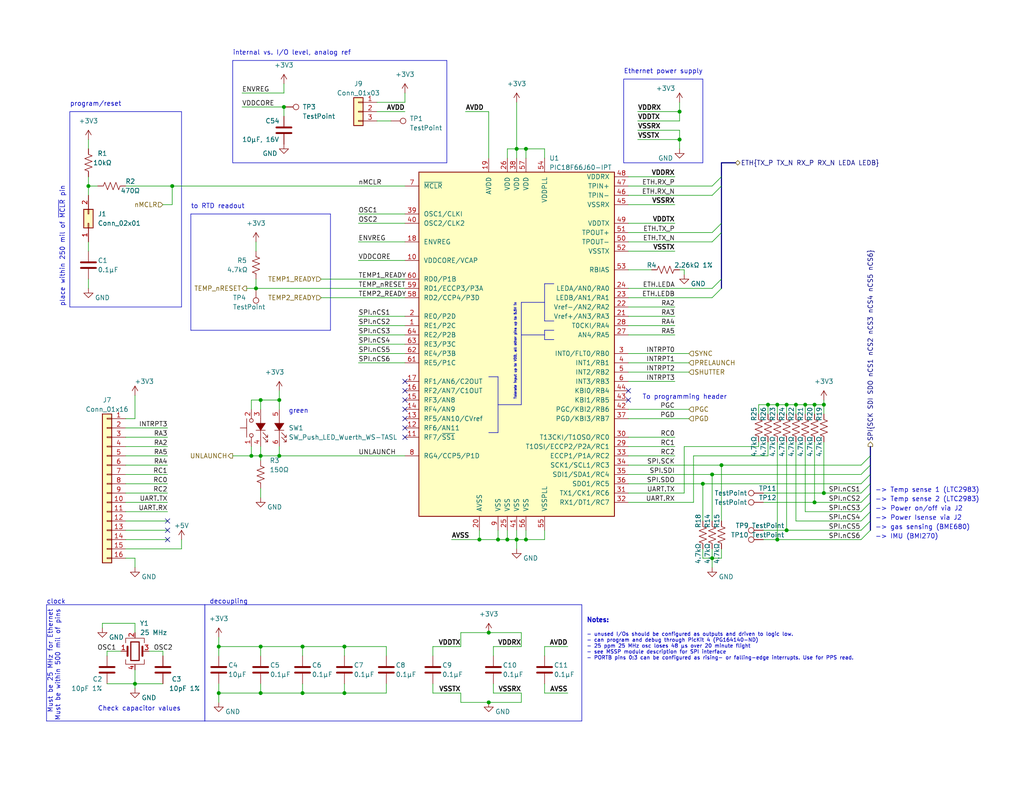
<source format=kicad_sch>
(kicad_sch (version 20230121) (generator eeschema)
  (paper "USLetter")
  (title_block (title "FOXSI-4 Plenum Board") (rev "1") (company "University of Minnesota") (comment 1 "Author: Thanasi Pantazides, panta013@umn.edu"))
  (lib_symbols
    (symbol "Connector:TestPoint" (pin_numbers hide) (pin_names (offset 0.762) hide)
      (property "Reference" "TP" (at 0 6.858 0))
      (property "Value" "TestPoint" (at 0 5.08 0))
      (symbol "TestPoint_1_1"
        (pin passive line (at 0 0 90) (length 2.54) (name "1") (number "1"))
      )
    )
    (symbol "Connector_Generic:Conn_01x03" (pin_names (offset 1.016) hide)
      (property "Reference" "J" (at 0 5.08 0))
      (property "Value" "Conn_01x03" (at 0 -5.08 0))
      (symbol "Conn_01x03_1_1"
        (pin passive line (at -5.08 2.54 0) (length 3.81) (name "Pin_1") (number "1"))
        (pin passive line (at -5.08 0 0) (length 3.81) (name "Pin_2") (number "2"))
        (pin passive line (at -5.08 -2.54 0) (length 3.81) (name "Pin_3") (number "3"))
      )
    )
    (symbol "Connector_Generic:Conn_01x16" (pin_names (offset 1.016) hide)
      (property "Reference" "J" (at 0 20.32 0))
      (property "Value" "Conn_01x16" (at 0 -22.86 0))
      (symbol "Conn_01x16_1_1"
        (pin passive line (at -5.08 17.78 0) (length 3.81) (name "Pin_1") (number "1"))
        (pin passive line (at -5.08 -5.08 0) (length 3.81) (name "Pin_10") (number "10"))
        (pin passive line (at -5.08 -7.62 0) (length 3.81) (name "Pin_11") (number "11"))
        (pin passive line (at -5.08 -10.16 0) (length 3.81) (name "Pin_12") (number "12"))
        (pin passive line (at -5.08 -12.7 0) (length 3.81) (name "Pin_13") (number "13"))
        (pin passive line (at -5.08 -15.24 0) (length 3.81) (name "Pin_14") (number "14"))
        (pin passive line (at -5.08 -17.78 0) (length 3.81) (name "Pin_15") (number "15"))
        (pin passive line (at -5.08 -20.32 0) (length 3.81) (name "Pin_16") (number "16"))
        (pin passive line (at -5.08 15.24 0) (length 3.81) (name "Pin_2") (number "2"))
        (pin passive line (at -5.08 12.7 0) (length 3.81) (name "Pin_3") (number "3"))
        (pin passive line (at -5.08 10.16 0) (length 3.81) (name "Pin_4") (number "4"))
        (pin passive line (at -5.08 7.62 0) (length 3.81) (name "Pin_5") (number "5"))
        (pin passive line (at -5.08 5.08 0) (length 3.81) (name "Pin_6") (number "6"))
        (pin passive line (at -5.08 2.54 0) (length 3.81) (name "Pin_7") (number "7"))
        (pin passive line (at -5.08 0 0) (length 3.81) (name "Pin_8") (number "8"))
        (pin passive line (at -5.08 -2.54 0) (length 3.81) (name "Pin_9") (number "9"))
      )
    )
    (symbol "Connector_Generic:Conn_02x01" (pin_names (offset 1.016) hide)
      (property "Reference" "J" (at 1.27 2.54 0))
      (property "Value" "Conn_02x01" (at 1.27 -2.54 0))
      (symbol "Conn_02x01_1_1"
        (pin passive line (at -5.08 0 0) (length 3.81) (name "Pin_1") (number "1"))
        (pin passive line (at 7.62 0 180) (length 3.81) (name "Pin_2") (number "2"))
      )
    )
    (symbol "Device:C" (pin_numbers hide) (pin_names (offset 0.254))
      (property "Reference" "C" (at 0.635 2.54 0))
      (property "Value" "C" (at 0.635 -2.54 0))
      (symbol "C_1_1"
        (pin passive line (at 0 3.81 270) (length 2.794) (name "~") (number "1"))
        (pin passive line (at 0 -3.81 90) (length 2.794) (name "~") (number "2"))
      )
    )
    (symbol "Device:Crystal_GND24" (pin_names (offset 1.016) hide)
      (property "Reference" "Y" (at 3.175 5.08 0))
      (property "Value" "Crystal_GND24" (at 3.175 3.175 0))
      (symbol "Crystal_GND24_1_1"
        (pin passive line (at -3.81 0 0) (length 1.27) (name "1") (number "1"))
        (pin passive line (at 0 5.08 270) (length 1.27) (name "2") (number "2"))
        (pin passive line (at 3.81 0 180) (length 1.27) (name "3") (number "3"))
        (pin passive line (at 0 -5.08 90) (length 1.27) (name "4") (number "4"))
      )
    )
    (symbol "Device:R_US" (pin_numbers hide) (pin_names (offset 0))
      (property "Reference" "R" (at 2.54 0 90))
      (property "Value" "R_US" (at -2.54 0 90))
      (symbol "R_US_1_1"
        (pin passive line (at 0 3.81 270) (length 1.27) (name "~") (number "1"))
        (pin passive line (at 0 -3.81 90) (length 1.27) (name "~") (number "2"))
      )
    )
    (symbol "MCU_Microchip_PIC18:PIC18F66J60-IPT" (pin_names (offset 1.27))
      (property "Reference" "U" (at -25.4 48.26 0))
      (property "Value" "PIC18F66J60-IPT" (at 17.78 -48.26 0))
      (symbol "PIC18F66J60-IPT_1_1"
        (pin bidirectional line (at -30.48 5.08 0) (length 3.81) (name "RE1/P2C") (number "1"))
        (pin passive line (at -30.48 22.86 0) (length 3.81) (name "VDDCORE/VCAP") (number "10"))
        (pin bidirectional line (at -30.48 -25.4 0) (length 3.81) (name "RF7/~{SS1}") (number "11"))
        (pin bidirectional line (at -30.48 -22.86 0) (length 3.81) (name "RF6/AN11") (number "12"))
        (pin bidirectional line (at -30.48 -20.32 0) (length 3.81) (name "RF5/AN10/CVref") (number "13"))
        (pin bidirectional line (at -30.48 -17.78 0) (length 3.81) (name "RF4/AN9") (number "14"))
        (pin bidirectional line (at -30.48 -15.24 0) (length 3.81) (name "RF3/AN8") (number "15"))
        (pin bidirectional line (at -30.48 -12.7 0) (length 3.81) (name "RF2/AN7/C1OUT") (number "16"))
        (pin bidirectional line (at -30.48 -10.16 0) (length 3.81) (name "RF1/AN6/C2OUT") (number "17"))
        (pin passive line (at -30.48 27.94 0) (length 3.81) (name "ENVREG") (number "18"))
        (pin power_in line (at -7.62 50.8 270) (length 3.81) (name "AVDD") (number "19"))
        (pin bidirectional line (at -30.48 7.62 0) (length 3.81) (name "RE0/P2D") (number "2"))
        (pin power_in line (at -10.16 -50.8 90) (length 3.81) (name "AVSS") (number "20"))
        (pin bidirectional line (at 30.48 7.62 180) (length 3.81) (name "Vref+/AN3/RA3") (number "21"))
        (pin bidirectional line (at 30.48 10.16 180) (length 3.81) (name "Vref-/AN2/RA2") (number "22"))
        (pin bidirectional line (at 30.48 12.7 180) (length 3.81) (name "LEDB/AN1/RA1") (number "23"))
        (pin bidirectional line (at 30.48 15.24 180) (length 3.81) (name "LEDA/AN0/RA0") (number "24"))
        (pin power_in line (at -2.54 -50.8 90) (length 3.81) (name "VSS") (number "25"))
        (pin power_in line (at -2.54 50.8 270) (length 3.81) (name "VDD") (number "26"))
        (pin bidirectional line (at 30.48 2.54 180) (length 3.81) (name "AN4/RA5") (number "27"))
        (pin bidirectional line (at 30.48 5.08 180) (length 3.81) (name "T0CKI/RA4") (number "28"))
        (pin bidirectional line (at 30.48 -27.94 180) (length 3.81) (name "T1OSI/ECCP2/P2A/RC1") (number "29"))
        (pin bidirectional line (at 30.48 -2.54 180) (length 3.81) (name "INT0/FLT0/RB0") (number "3"))
        (pin bidirectional line (at 30.48 -25.4 180) (length 3.81) (name "T13CKI/T1OSO/RC0") (number "30"))
        (pin bidirectional line (at 30.48 -40.64 180) (length 3.81) (name "TX1/CK1/RC6") (number "31"))
        (pin bidirectional line (at 30.48 -43.18 180) (length 3.81) (name "RX1/DT1/RC7") (number "32"))
        (pin bidirectional line (at 30.48 -30.48 180) (length 3.81) (name "ECCP1/P1A/RC2") (number "33"))
        (pin bidirectional line (at 30.48 -33.02 180) (length 3.81) (name "SCK1/SCL1/RC3") (number "34"))
        (pin bidirectional line (at 30.48 -35.56 180) (length 3.81) (name "SDI1/SDA1/RC4") (number "35"))
        (pin bidirectional line (at 30.48 -38.1 180) (length 3.81) (name "SDO1/RC5") (number "36"))
        (pin bidirectional line (at 30.48 -20.32 180) (length 3.81) (name "PGD/KBI3/RB7") (number "37"))
        (pin power_in line (at 0 50.8 270) (length 3.81) (name "VDD") (number "38"))
        (pin input line (at -30.48 35.56 0) (length 3.81) (name "OSC1/CLKI") (number "39"))
        (pin bidirectional line (at 30.48 -5.08 180) (length 3.81) (name "INT1/RB1") (number "4"))
        (pin output line (at -30.48 33.02 0) (length 3.81) (name "OSC2/CLK2") (number "40"))
        (pin power_in line (at 0 -50.8 90) (length 3.81) (name "VSS") (number "41"))
        (pin bidirectional line (at 30.48 -17.78 180) (length 3.81) (name "PGC/KBI2/RB6") (number "42"))
        (pin bidirectional line (at 30.48 -15.24 180) (length 3.81) (name "KBI1/RB5") (number "43"))
        (pin bidirectional line (at 30.48 -12.7 180) (length 3.81) (name "KBI0/RB4") (number "44"))
        (pin power_in line (at 30.48 38.1 180) (length 3.81) (name "VSSRX") (number "45"))
        (pin passive line (at 30.48 40.64 180) (length 3.81) (name "TPIN-") (number "46"))
        (pin passive line (at 30.48 43.18 180) (length 3.81) (name "TPIN+") (number "47"))
        (pin power_in line (at 30.48 45.72 180) (length 3.81) (name "VDDRX") (number "48"))
        (pin power_in line (at 30.48 33.02 180) (length 3.81) (name "VDDTX") (number "49"))
        (pin bidirectional line (at 30.48 -7.62 180) (length 3.81) (name "INT2/RB2") (number "5"))
        (pin passive line (at 30.48 27.94 180) (length 3.81) (name "TPOUT-") (number "50"))
        (pin passive line (at 30.48 30.48 180) (length 3.81) (name "TPOUT+") (number "51"))
        (pin power_in line (at 30.48 25.4 180) (length 3.81) (name "VSSTX") (number "52"))
        (pin passive line (at 30.48 20.32 180) (length 3.81) (name "RBIAS") (number "53"))
        (pin power_in line (at 7.62 50.8 270) (length 3.81) (name "VDDPLL") (number "54"))
        (pin power_in line (at 7.62 -50.8 90) (length 3.81) (name "VSSPLL") (number "55"))
        (pin power_in line (at 2.54 -50.8 90) (length 3.81) (name "VSS") (number "56"))
        (pin power_in line (at 2.54 50.8 270) (length 3.81) (name "VDD") (number "57"))
        (pin bidirectional line (at -30.48 12.7 0) (length 3.81) (name "RD2/CCP4/P3D") (number "58"))
        (pin bidirectional line (at -30.48 15.24 0) (length 3.81) (name "RD1/ECCP3/P3A") (number "59"))
        (pin bidirectional line (at 30.48 -10.16 180) (length 3.81) (name "INT3/RB3") (number "6"))
        (pin bidirectional line (at -30.48 17.78 0) (length 3.81) (name "RD0/P1B") (number "60"))
        (pin bidirectional line (at -30.48 -5.08 0) (length 3.81) (name "RE5/P1C") (number "61"))
        (pin bidirectional line (at -30.48 -2.54 0) (length 3.81) (name "RE4/P3B") (number "62"))
        (pin bidirectional line (at -30.48 0 0) (length 3.81) (name "RE3/P3C") (number "63"))
        (pin bidirectional line (at -30.48 2.54 0) (length 3.81) (name "RE2/P2B") (number "64"))
        (pin input line (at -30.48 43.18 0) (length 3.81) (name "~{MCLR}") (number "7"))
        (pin bidirectional line (at -30.48 -30.48 0) (length 3.81) (name "RG4/CCP5/P1D") (number "8"))
        (pin power_in line (at -5.08 -50.8 90) (length 3.81) (name "VSS") (number "9"))
      )
    )
    (symbol "Switch:SW_Push_LED_Wuerth_WS-TASL" (pin_names (offset 1.016) hide)
      (property "Reference" "SW" (at 0.635 5.715 0))
      (property "Value" "SW_Push_LED_Wuerth_WS-TASL" (at 0 -7.62 0))
      (symbol "SW_Push_LED_Wuerth_WS-TASL_1_1"
        (pin passive line (at -5.08 2.54 0) (length 2.54) (name "sw1") (number "1"))
        (pin passive line (at 5.08 2.54 180) (length 2.54) (name "sw2") (number "2"))
        (pin passive line (at 5.08 0 180) (length 2.54) (name "A") (number "3"))
        (pin passive line (at -5.08 0 0) (length 2.54) (name "K") (number "4"))
        (pin passive line (at 5.08 -5.08 180) (length 2.54) (name "A") (number "5"))
        (pin passive line (at -5.08 -5.08 0) (length 2.54) (name "K") (number "6"))
      )
    )
    (symbol "power:+3V3" (power) (pin_names (offset 0))
      (property "Value" "+3V3" (at 0 3.556 0))
      (symbol "+3V3_1_1"
        (pin power_in line (at 0 0 90) (length 0) hide (name "+3V3") (number "1"))
      )
    )
    (symbol "power:+5V" (power) (pin_names (offset 0))
      (property "Value" "+5V" (at 0 3.556 0))
      (symbol "+5V_1_1"
        (pin power_in line (at 0 0 90) (length 0) hide (name "+5V") (number "1"))
      )
    )
    (symbol "power:GND" (power) (pin_names (offset 0))
      (property "Value" "GND" (at 0 -3.81 0))
      (symbol "GND_1_1"
        (pin power_in line (at 0 0 270) (length 0) hide (name "GND") (number "1"))
      )
    )
  )
  (junction (at 138.43 147.32))
  (junction (at 24.13 50.8))
  (junction (at 82.55 176.53))
  (junction (at 36.83 186.69))
  (junction (at 77.47 29.21))
  (junction (at 59.69 189.23))
  (junction (at 76.2 109.22))
  (junction (at 209.55 110.49))
  (junction (at 212.09 110.49))
  (junction (at 71.12 176.53))
  (junction (at 194.31 129.54))
  (junction (at 212.09 147.32))
  (junction (at 224.79 110.49))
  (junction (at 219.71 110.49))
  (junction (at 217.17 110.49))
  (junction (at 222.25 110.49))
  (junction (at 71.12 109.22))
  (junction (at 46.99 50.8))
  (junction (at 196.85 127))
  (junction (at 191.77 132.08))
  (junction (at 143.51 40.64))
  (junction (at 135.89 147.32))
  (junction (at 214.63 144.78))
  (junction (at 185.42 38.1))
  (junction (at 140.97 147.32))
  (junction (at 185.42 30.48))
  (junction (at 130.81 147.32))
  (junction (at 59.69 176.53))
  (junction (at 194.31 152.4))
  (junction (at 133.35 191.77))
  (junction (at 71.12 189.23))
  (junction (at 82.55 189.23))
  (junction (at 222.25 137.16))
  (junction (at 76.2 124.46))
  (junction (at 93.98 189.23))
  (junction (at 93.98 176.53))
  (junction (at 224.79 134.62))
  (junction (at 143.51 147.32))
  (junction (at 214.63 110.49))
  (junction (at 68.58 124.46))
  (junction (at 140.97 40.64))
  (junction (at 69.85 78.74))
  (junction (at 71.12 124.46))
  (junction (at 133.35 172.72))
  (no_connect (at 110.49 109.22))
  (no_connect (at 110.49 104.14))
  (no_connect (at 110.49 111.76))
  (no_connect (at 171.45 109.22))
  (no_connect (at 45.72 142.24))
  (no_connect (at 110.49 116.84))
  (no_connect (at 110.49 119.38))
  (no_connect (at 110.49 114.3))
  (no_connect (at 45.72 147.32))
  (no_connect (at 45.72 144.78))
  (no_connect (at 110.49 106.68))
  (no_connect (at 171.45 106.68))
  (bus_entry (at 234.95 127) (size 2.54 -2.54))
  (bus_entry (at 234.95 142.24) (size 2.54 -2.54))
  (bus_entry (at 234.95 132.08) (size 2.54 -2.54))
  (bus_entry (at 234.95 144.78) (size 2.54 -2.54))
  (bus_entry (at 234.95 137.16) (size 2.54 -2.54))
  (bus_entry (at 234.95 129.54) (size 2.54 -2.54))
  (bus_entry (at 234.95 147.32) (size 2.54 -2.54))
  (bus_entry (at 234.95 134.62) (size 2.54 -2.54))
  (bus_entry (at 234.95 139.7) (size 2.54 -2.54))
  (bus_entry (at 194.31 66.04) (size 2.54 -2.54))
  (bus_entry (at 194.31 78.74) (size 2.54 -2.54))
  (bus_entry (at 194.31 81.28) (size 2.54 -2.54))
  (bus_entry (at 194.31 50.8) (size 2.54 -2.54))
  (bus_entry (at 194.31 53.34) (size 2.54 -2.54))
  (bus_entry (at 194.31 63.5) (size 2.54 -2.54))
  (wire (pts (xy 186.69 134.62) (xy 186.69 121.92)))
  (wire (pts (xy 44.45 177.8) (xy 44.45 179.07)))
  (wire (pts (xy 222.25 110.49) (xy 224.79 110.49)))
  (polyline (pts (xy 142.24 110.49) (xy 135.89 110.49)))
  (wire (pts (xy 76.2 109.22) (xy 76.2 111.76)))
  (wire (pts (xy 24.13 68.58) (xy 24.13 66.04)))
  (wire (pts (xy 97.79 93.98) (xy 110.49 93.98)))
  (wire (pts (xy 36.83 107.95) (xy 36.83 114.3)))
  (bus (pts (xy 196.85 63.5) (xy 196.85 60.96)))
  (polyline (pts (xy 121.92 16.51) (xy 121.92 44.45)))
  (wire (pts (xy 118.11 176.53) (xy 125.73 176.53)))
  (wire (pts (xy 59.69 176.53) (xy 59.69 179.07)))
  (polyline (pts (xy 12.7 165.1) (xy 55.88 165.1)))
  (wire (pts (xy 76.2 121.92) (xy 76.2 124.46)))
  (wire (pts (xy 148.59 43.18) (xy 148.59 40.64)))
  (wire (pts (xy 171.45 81.28) (xy 194.31 81.28)))
  (wire (pts (xy 171.45 78.74) (xy 194.31 78.74)))
  (wire (pts (xy 87.63 76.2) (xy 110.49 76.2)))
  (wire (pts (xy 76.2 106.68) (xy 76.2 109.22)))
  (wire (pts (xy 148.59 144.78) (xy 148.59 147.32)))
  (wire (pts (xy 97.79 60.96) (xy 110.49 60.96)))
  (polyline (pts (xy 90.17 58.42) (xy 52.07 58.42)))
  (bus (pts (xy 196.85 78.74) (xy 196.85 76.2)))
  (wire (pts (xy 212.09 110.49) (xy 212.09 113.03)))
  (wire (pts (xy 118.11 186.69) (xy 118.11 189.23)))
  (wire (pts (xy 105.41 179.07) (xy 105.41 176.53)))
  (wire (pts (xy 148.59 147.32) (xy 143.51 147.32)))
  (wire (pts (xy 171.45 111.76) (xy 187.96 111.76)))
  (wire (pts (xy 134.62 186.69) (xy 134.62 189.23)))
  (wire (pts (xy 24.13 48.26) (xy 24.13 50.8)))
  (wire (pts (xy 191.77 132.08) (xy 171.45 132.08)))
  (wire (pts (xy 219.71 139.7) (xy 234.95 139.7)))
  (wire (pts (xy 71.12 109.22) (xy 71.12 111.76)))
  (wire (pts (xy 97.79 91.44) (xy 110.49 91.44)))
  (wire (pts (xy 34.29 50.8) (xy 46.99 50.8)))
  (polyline (pts (xy 170.18 21.59) (xy 170.18 44.45)))
  (wire (pts (xy 194.31 149.86) (xy 194.31 152.4)))
  (wire (pts (xy 34.29 152.4) (xy 36.83 152.4)))
  (polyline (pts (xy 55.88 196.85) (xy 158.75 196.85)))
  (wire (pts (xy 194.31 129.54) (xy 194.31 142.24)))
  (polyline (pts (xy 55.88 165.1) (xy 55.88 196.85)))
  (wire (pts (xy 186.69 121.92) (xy 207.01 121.92)))
  (wire (pts (xy 208.28 147.32) (xy 212.09 147.32)))
  (wire (pts (xy 125.73 176.53) (xy 125.73 172.72)))
  (wire (pts (xy 171.45 63.5) (xy 194.31 63.5)))
  (wire (pts (xy 34.29 132.08) (xy 45.72 132.08)))
  (wire (pts (xy 34.29 147.32) (xy 45.72 147.32)))
  (polyline (pts (xy 170.18 21.59) (xy 191.77 21.59)))
  (wire (pts (xy 134.62 189.23) (xy 142.24 189.23)))
  (wire (pts (xy 142.24 172.72) (xy 142.24 176.53)))
  (wire (pts (xy 40.64 177.8) (xy 44.45 177.8)))
  (bus (pts (xy 237.49 121.92) (xy 237.49 124.46)))
  (bus (pts (xy 237.49 139.7) (xy 237.49 142.24)))
  (wire (pts (xy 143.51 40.64) (xy 143.51 43.18)))
  (wire (pts (xy 148.59 40.64) (xy 143.51 40.64)))
  (wire (pts (xy 171.45 121.92) (xy 184.15 121.92)))
  (wire (pts (xy 71.12 135.89) (xy 71.12 133.35)))
  (wire (pts (xy 171.45 124.46) (xy 184.15 124.46)))
  (polyline (pts (xy 19.05 30.48) (xy 19.05 83.82)))
  (wire (pts (xy 171.45 101.6) (xy 187.96 101.6)))
  (wire (pts (xy 171.45 66.04) (xy 194.31 66.04)))
  (wire (pts (xy 46.99 50.8) (xy 46.99 55.88)))
  (wire (pts (xy 186.69 73.66) (xy 186.69 74.93)))
  (wire (pts (xy 105.41 189.23) (xy 93.98 189.23)))
  (wire (pts (xy 219.71 110.49) (xy 219.71 113.03)))
  (wire (pts (xy 46.99 50.8) (xy 110.49 50.8)))
  (wire (pts (xy 185.42 35.56) (xy 185.42 38.1)))
  (wire (pts (xy 194.31 152.4) (xy 196.85 152.4)))
  (wire (pts (xy 140.97 40.64) (xy 140.97 43.18)))
  (wire (pts (xy 93.98 176.53) (xy 82.55 176.53)))
  (polyline (pts (xy 49.53 30.48) (xy 19.05 30.48)))
  (wire (pts (xy 24.13 78.74) (xy 24.13 76.2)))
  (wire (pts (xy 194.31 129.54) (xy 171.45 129.54)))
  (wire (pts (xy 68.58 111.76) (xy 68.58 109.22)))
  (wire (pts (xy 67.31 78.74) (xy 69.85 78.74)))
  (polyline (pts (xy 158.75 196.85) (xy 158.75 165.1)))
  (wire (pts (xy 196.85 127) (xy 196.85 142.24)))
  (wire (pts (xy 138.43 144.78) (xy 138.43 147.32)))
  (wire (pts (xy 36.83 170.18) (xy 27.94 170.18)))
  (wire (pts (xy 234.95 129.54) (xy 194.31 129.54)))
  (wire (pts (xy 71.12 179.07) (xy 71.12 176.53)))
  (polyline (pts (xy 55.88 165.1) (xy 55.88 196.85)))
  (wire (pts (xy 87.63 81.28) (xy 110.49 81.28)))
  (bus (pts (xy 196.85 48.26) (xy 196.85 44.45)))
  (wire (pts (xy 171.45 86.36) (xy 184.15 86.36)))
  (wire (pts (xy 140.97 40.64) (xy 143.51 40.64)))
  (wire (pts (xy 133.35 30.48) (xy 127 30.48)))
  (wire (pts (xy 208.28 137.16) (xy 222.25 137.16)))
  (wire (pts (xy 214.63 120.65) (xy 214.63 144.78)))
  (wire (pts (xy 171.45 53.34) (xy 194.31 53.34)))
  (wire (pts (xy 77.47 29.21) (xy 77.47 31.75)))
  (wire (pts (xy 222.25 110.49) (xy 222.25 113.03)))
  (wire (pts (xy 93.98 189.23) (xy 82.55 189.23)))
  (wire (pts (xy 105.41 176.53) (xy 93.98 176.53)))
  (polyline (pts (xy 148.59 82.55) (xy 142.24 82.55)))
  (wire (pts (xy 34.29 127) (xy 45.72 127)))
  (polyline (pts (xy 90.17 90.17) (xy 90.17 58.42)))
  (polyline (pts (xy 63.5 16.51) (xy 121.92 16.51)))
  (wire (pts (xy 171.45 50.8) (xy 194.31 50.8)))
  (wire (pts (xy 148.59 189.23) (xy 154.94 189.23)))
  (wire (pts (xy 212.09 120.65) (xy 212.09 147.32)))
  (wire (pts (xy 173.99 38.1) (xy 185.42 38.1)))
  (wire (pts (xy 212.09 147.32) (xy 234.95 147.32)))
  (wire (pts (xy 71.12 186.69) (xy 71.12 189.23)))
  (wire (pts (xy 196.85 152.4) (xy 196.85 149.86)))
  (wire (pts (xy 171.45 119.38) (xy 184.15 119.38)))
  (wire (pts (xy 24.13 50.8) (xy 24.13 53.34)))
  (wire (pts (xy 191.77 149.86) (xy 191.77 152.4)))
  (wire (pts (xy 105.41 186.69) (xy 105.41 189.23)))
  (wire (pts (xy 171.45 60.96) (xy 184.15 60.96)))
  (wire (pts (xy 36.83 172.72) (xy 36.83 170.18)))
  (wire (pts (xy 34.29 121.92) (xy 45.72 121.92)))
  (wire (pts (xy 224.79 134.62) (xy 234.95 134.62)))
  (wire (pts (xy 69.85 78.74) (xy 110.49 78.74)))
  (wire (pts (xy 68.58 109.22) (xy 71.12 109.22)))
  (bus (pts (xy 237.49 132.08) (xy 237.49 134.62)))
  (wire (pts (xy 219.71 120.65) (xy 219.71 139.7)))
  (wire (pts (xy 34.29 114.3) (xy 36.83 114.3)))
  (bus (pts (xy 237.49 142.24) (xy 237.49 144.78)))
  (bus (pts (xy 237.49 137.16) (xy 237.49 139.7)))
  (polyline (pts (xy 142.24 91.44) (xy 148.59 91.44)))
  (wire (pts (xy 59.69 189.23) (xy 59.69 186.69)))
  (wire (pts (xy 171.45 114.3) (xy 187.96 114.3)))
  (wire (pts (xy 135.89 147.32) (xy 138.43 147.32)))
  (wire (pts (xy 36.83 187.96) (xy 36.83 186.69)))
  (bus (pts (xy 196.85 60.96) (xy 196.85 50.8)))
  (wire (pts (xy 138.43 43.18) (xy 138.43 40.64)))
  (wire (pts (xy 82.55 176.53) (xy 82.55 179.07)))
  (polyline (pts (xy 148.59 77.47) (xy 148.59 87.63)))
  (polyline (pts (xy 133.35 102.87) (xy 135.89 102.87)))
  (wire (pts (xy 63.5 124.46) (xy 68.58 124.46)))
  (wire (pts (xy 209.55 110.49) (xy 209.55 113.03)))
  (wire (pts (xy 138.43 40.64) (xy 140.97 40.64)))
  (wire (pts (xy 71.12 125.73) (xy 71.12 124.46)))
  (wire (pts (xy 49.53 147.32) (xy 49.53 149.86)))
  (wire (pts (xy 102.87 30.48) (xy 110.49 30.48)))
  (polyline (pts (xy 52.07 90.17) (xy 90.17 90.17)))
  (wire (pts (xy 97.79 96.52) (xy 110.49 96.52)))
  (wire (pts (xy 171.45 88.9) (xy 184.15 88.9)))
  (wire (pts (xy 59.69 189.23) (xy 59.69 191.77)))
  (wire (pts (xy 191.77 132.08) (xy 191.77 142.24)))
  (bus (pts (xy 237.49 127) (xy 237.49 129.54)))
  (wire (pts (xy 207.01 110.49) (xy 209.55 110.49)))
  (polyline (pts (xy 55.88 196.85) (xy 12.7 196.85)))
  (wire (pts (xy 173.99 33.02) (xy 185.42 33.02)))
  (wire (pts (xy 34.29 137.16) (xy 45.72 137.16)))
  (wire (pts (xy 125.73 191.77) (xy 133.35 191.77)))
  (wire (pts (xy 217.17 110.49) (xy 217.17 113.03)))
  (bus (pts (xy 196.85 44.45) (xy 200.66 44.45)))
  (wire (pts (xy 140.97 27.94) (xy 140.97 40.64)))
  (wire (pts (xy 133.35 30.48) (xy 133.35 43.18)))
  (wire (pts (xy 24.13 38.1) (xy 24.13 40.64)))
  (wire (pts (xy 224.79 110.49) (xy 224.79 113.03)))
  (wire (pts (xy 97.79 58.42) (xy 110.49 58.42)))
  (wire (pts (xy 219.71 110.49) (xy 222.25 110.49)))
  (wire (pts (xy 34.29 144.78) (xy 45.72 144.78)))
  (wire (pts (xy 59.69 173.99) (xy 59.69 176.53)))
  (polyline (pts (xy 151.13 90.17) (xy 148.59 90.17)))
  (wire (pts (xy 173.99 30.48) (xy 185.42 30.48)))
  (wire (pts (xy 34.29 139.7) (xy 45.72 139.7)))
  (wire (pts (xy 36.83 152.4) (xy 36.83 154.94)))
  (wire (pts (xy 110.49 25.4) (xy 110.49 27.94)))
  (wire (pts (xy 125.73 172.72) (xy 133.35 172.72)))
  (wire (pts (xy 234.95 132.08) (xy 191.77 132.08)))
  (wire (pts (xy 173.99 35.56) (xy 185.42 35.56)))
  (wire (pts (xy 93.98 186.69) (xy 93.98 189.23)))
  (wire (pts (xy 209.55 124.46) (xy 189.23 124.46)))
  (wire (pts (xy 134.62 176.53) (xy 142.24 176.53)))
  (wire (pts (xy 143.51 144.78) (xy 143.51 147.32)))
  (wire (pts (xy 140.97 144.78) (xy 140.97 147.32)))
  (wire (pts (xy 71.12 124.46) (xy 76.2 124.46)))
  (wire (pts (xy 71.12 109.22) (xy 76.2 109.22)))
  (wire (pts (xy 34.29 149.86) (xy 49.53 149.86)))
  (wire (pts (xy 76.2 124.46) (xy 110.49 124.46)))
  (polyline (pts (xy 121.92 44.45) (xy 63.5 44.45)))
  (wire (pts (xy 34.29 142.24) (xy 45.72 142.24)))
  (wire (pts (xy 148.59 179.07) (xy 148.59 176.53)))
  (wire (pts (xy 68.58 124.46) (xy 71.12 124.46)))
  (wire (pts (xy 171.45 55.88) (xy 184.15 55.88)))
  (wire (pts (xy 34.29 124.46) (xy 45.72 124.46)))
  (wire (pts (xy 185.42 30.48) (xy 185.42 33.02)))
  (wire (pts (xy 138.43 147.32) (xy 140.97 147.32)))
  (wire (pts (xy 214.63 110.49) (xy 214.63 113.03)))
  (wire (pts (xy 224.79 109.22) (xy 224.79 110.49)))
  (wire (pts (xy 27.94 170.18) (xy 27.94 171.45)))
  (wire (pts (xy 130.81 147.32) (xy 135.89 147.32)))
  (wire (pts (xy 97.79 71.12) (xy 110.49 71.12)))
  (wire (pts (xy 34.29 129.54) (xy 45.72 129.54)))
  (wire (pts (xy 171.45 104.14) (xy 184.15 104.14)))
  (wire (pts (xy 222.25 120.65) (xy 222.25 137.16)))
  (wire (pts (xy 185.42 73.66) (xy 186.69 73.66)))
  (wire (pts (xy 34.29 119.38) (xy 45.72 119.38)))
  (wire (pts (xy 102.87 27.94) (xy 110.49 27.94)))
  (bus (pts (xy 237.49 129.54) (xy 237.49 132.08)))
  (wire (pts (xy 148.59 186.69) (xy 148.59 189.23)))
  (polyline (pts (xy 12.7 196.85) (xy 12.7 165.1)))
  (polyline (pts (xy 55.88 165.1) (xy 158.75 165.1)))
  (polyline (pts (xy 142.24 82.55) (xy 142.24 91.44)))
  (wire (pts (xy 209.55 120.65) (xy 209.55 124.46)))
  (wire (pts (xy 34.29 116.84) (xy 45.72 116.84)))
  (wire (pts (xy 44.45 55.88) (xy 46.99 55.88)))
  (wire (pts (xy 71.12 121.92) (xy 71.12 124.46)))
  (bus (pts (xy 237.49 134.62) (xy 237.49 137.16)))
  (wire (pts (xy 34.29 134.62) (xy 45.72 134.62)))
  (wire (pts (xy 171.45 48.26) (xy 184.15 48.26)))
  (wire (pts (xy 214.63 144.78) (xy 234.95 144.78)))
  (wire (pts (xy 77.47 22.86) (xy 77.47 25.4)))
  (polyline (pts (xy 63.5 16.51) (xy 63.5 44.45)))
  (wire (pts (xy 24.13 50.8) (xy 26.67 50.8)))
  (bus (pts (xy 196.85 50.8) (xy 196.85 48.26)))
  (wire (pts (xy 29.21 179.07) (xy 29.21 177.8)))
  (wire (pts (xy 207.01 121.92) (xy 207.01 120.65)))
  (wire (pts (xy 222.25 137.16) (xy 234.95 137.16)))
  (wire (pts (xy 97.79 86.36) (xy 110.49 86.36)))
  (bus (pts (xy 196.85 76.2) (xy 196.85 63.5)))
  (polyline (pts (xy 148.59 92.71) (xy 151.13 92.71)))
  (wire (pts (xy 217.17 142.24) (xy 234.95 142.24)))
  (wire (pts (xy 185.42 27.94) (xy 185.42 30.48)))
  (wire (pts (xy 212.09 110.49) (xy 214.63 110.49)))
  (wire (pts (xy 214.63 110.49) (xy 217.17 110.49)))
  (polyline (pts (xy 142.24 91.44) (xy 142.24 110.49)))
  (wire (pts (xy 71.12 176.53) (xy 59.69 176.53)))
  (wire (pts (xy 148.59 176.53) (xy 154.94 176.53)))
  (wire (pts (xy 207.01 110.49) (xy 207.01 113.03)))
  (wire (pts (xy 82.55 189.23) (xy 71.12 189.23)))
  (wire (pts (xy 134.62 179.07) (xy 134.62 176.53)))
  (bus (pts (xy 237.49 124.46) (xy 237.49 127)))
  (wire (pts (xy 118.11 189.23) (xy 125.73 189.23)))
  (wire (pts (xy 125.73 189.23) (xy 125.73 191.77)))
  (wire (pts (xy 140.97 147.32) (xy 140.97 149.86)))
  (polyline (pts (xy 52.07 58.42) (xy 52.07 90.17)))
  (polyline (pts (xy 191.77 21.59) (xy 191.77 44.45)))
  (wire (pts (xy 217.17 110.49) (xy 219.71 110.49)))
  (polyline (pts (xy 148.59 90.17) (xy 148.59 92.71)))
  (polyline (pts (xy 135.89 102.87) (xy 135.89 118.11)))
  (wire (pts (xy 106.68 33.02) (xy 102.87 33.02)))
  (wire (pts (xy 171.45 99.06) (xy 187.96 99.06)))
  (wire (pts (xy 118.11 179.07) (xy 118.11 176.53)))
  (wire (pts (xy 69.85 66.04) (xy 69.85 68.58)))
  (wire (pts (xy 97.79 66.04) (xy 110.49 66.04)))
  (wire (pts (xy 217.17 120.65) (xy 217.17 142.24)))
  (wire (pts (xy 93.98 176.53) (xy 93.98 179.07)))
  (polyline (pts (xy 49.53 83.82) (xy 49.53 30.48)))
  (wire (pts (xy 36.83 186.69) (xy 44.45 186.69)))
  (wire (pts (xy 69.85 76.2) (xy 69.85 78.74)))
  (wire (pts (xy 171.45 137.16) (xy 189.23 137.16)))
  (wire (pts (xy 133.35 191.77) (xy 142.24 191.77)))
  (wire (pts (xy 123.19 147.32) (xy 130.81 147.32)))
  (wire (pts (xy 171.45 91.44) (xy 184.15 91.44)))
  (wire (pts (xy 171.45 134.62) (xy 186.69 134.62)))
  (wire (pts (xy 29.21 177.8) (xy 33.02 177.8)))
  (wire (pts (xy 142.24 191.77) (xy 142.24 189.23)))
  (wire (pts (xy 66.04 25.4) (xy 77.47 25.4)))
  (wire (pts (xy 171.45 83.82) (xy 184.15 83.82)))
  (wire (pts (xy 36.83 182.88) (xy 36.83 186.69)))
  (wire (pts (xy 133.35 172.72) (xy 142.24 172.72)))
  (wire (pts (xy 191.77 152.4) (xy 194.31 152.4)))
  (wire (pts (xy 140.97 147.32) (xy 143.51 147.32)))
  (wire (pts (xy 208.28 144.78) (xy 214.63 144.78)))
  (wire (pts (xy 68.58 121.92) (xy 68.58 124.46)))
  (wire (pts (xy 224.79 120.65) (xy 224.79 134.62)))
  (wire (pts (xy 130.81 144.78) (xy 130.81 147.32)))
  (polyline (pts (xy 133.35 118.11) (xy 135.89 118.11)))
  (wire (pts (xy 97.79 99.06) (xy 110.49 99.06)))
  (wire (pts (xy 185.42 38.1) (xy 185.42 40.64)))
  (polyline (pts (xy 19.05 83.82) (xy 49.53 83.82)))
  (wire (pts (xy 82.55 176.53) (xy 71.12 176.53)))
  (wire (pts (xy 66.04 29.21) (xy 77.47 29.21)))
  (wire (pts (xy 171.45 68.58) (xy 184.15 68.58)))
  (wire (pts (xy 209.55 110.49) (xy 212.09 110.49)))
  (polyline (pts (xy 191.77 44.45) (xy 170.18 44.45)))
  (wire (pts (xy 29.21 186.69) (xy 36.83 186.69)))
  (polyline (pts (xy 148.59 87.63) (xy 151.13 87.63)))
  (wire (pts (xy 194.31 152.4) (xy 194.31 154.94)))
  (polyline (pts (xy 148.59 77.47) (xy 151.13 77.47)))
  (wire (pts (xy 71.12 189.23) (xy 59.69 189.23)))
  (wire (pts (xy 171.45 127) (xy 196.85 127)))
  (wire (pts (xy 97.79 88.9) (xy 110.49 88.9)))
  (wire (pts (xy 189.23 124.46) (xy 189.23 137.16)))
  (wire (pts (xy 177.8 73.66) (xy 171.45 73.66)))
  (wire (pts (xy 208.28 134.62) (xy 224.79 134.62)))
  (wire (pts (xy 196.85 127) (xy 234.95 127)))
  (wire (pts (xy 135.89 144.78) (xy 135.89 147.32)))
  (wire (pts (xy 171.45 96.52) (xy 187.96 96.52)))
  (wire (pts (xy 82.55 186.69) (xy 82.55 189.23)))
  (text "-> Temp sense 1 (LTC2983)" (at 238.76 134.62 0) (effects (font (size 1.27 1.27)) (justify left bottom)))
  (text "Check capacitor values" (at 26.67 194.31 0) (effects (font (size 1.27 1.27)) (justify left bottom)))
  (text "To programming header" (at 175.26 109.22 0) (effects (font (size 1.27 1.27)) (justify left bottom)))
  (text "Notes:" (at 160.02 170.18 0) (effects (font (size 1.27 1.27) bold) (justify left bottom)))
  (text "Tolerate input up to VDD, all other pins up to 5.5V in" (at 140.97 109.22 90) (effects (font (size 0.635 0.635)) (justify left bottom)))
  (text "program/reset" (at 19.05 29.21 0) (effects (font (size 1.27 1.27)) (justify left bottom)))
  (text "-> gas sensing (BME680)" (at 238.76 144.78 0) (effects (font (size 1.27 1.27)) (justify left bottom)))
  (text "-> IMU (BMI270)" (at 238.76 147.32 0) (effects (font (size 1.27 1.27)) (justify left bottom)))
  (text "decoupling" (at 57.15 165.1 0) (effects (font (size 1.27 1.27)) (justify left bottom)))
  (text "to RTD readout" (at 52.07 57.15 0) (effects (font (size 1.27 1.27)) (justify left bottom)))
  (text "-> Power on/off via J2" (at 238.76 139.7 0) (effects (font (size 1.27 1.27)) (justify left bottom)))
  (text "green" (at 78.74 113.03 0) (effects (font (size 1.27 1.27)) (justify left bottom)))
  (text "-> Temp sense 2 (LTC2983)" (at 238.76 137.16 0) (effects (font (size 1.27 1.27)) (justify left bottom)))
  (text "-> Power Isense via J2" (at 238.76 142.24 0) (effects (font (size 1.27 1.27)) (justify left bottom)))
  (text "internal vs. I/O level, analog ref" (at 63.5 15.24 0) (effects (font (size 1.27 1.27)) (justify left bottom)))
  (text "Must be 25 MHz for Ethernet\nMust be within 500 mil of pins" (at 16.51 166.37 90) (effects (font (size 1.27 1.27)) (justify right bottom)))
  (text "- unused I/Os should be configured as outputs and driven to logic low.\n- can program and debug through PicKit 4 (PG164140-ND)\n- 25 ppm 25 MHz osc loses 48 µs over 20 minute flight\n- see MSSP module description for SPI interface\n- PORTB pins 0:3 can be configured as rising- or falling-edge interrupts. Use for PPS read." (at 160.02 180.34 0) (effects (font (size 1 1)) (justify left bottom)))
  (text "place within 250 mil of ~{MCLR} pin" (at 17.78 83.82 90) (effects (font (size 1.27 1.27)) (justify left bottom)))
  (text "clock" (at 12.7 165.1 0) (effects (font (size 1.27 1.27)) (justify left bottom)))
  (text "Ethernet power supply" (at 170.18 20.32 0) (effects (font (size 1.27 1.27)) (justify left bottom)))
  (label "RA2" (at 45.72 121.92 180))
  (label "SPI.nCS1" (at 97.79 86.36 0))
  (label "ETH.TX_N" (at 184.15 66.04 180))
  (label "VSSRX" (at 142.24 189.23 180) (effects (font (thickness 0.254) bold)))
  (label "SPI.nCS4" (at 97.79 93.98 0))
  (label "ETH.LEDB" (at 184.15 81.28 180))
  (label "VDDRX" (at 184.15 48.26 180) (effects (font (thickness 0.254) bold)))
  (label "ETH.RX_N" (at 184.15 53.34 180))
  (label "SPI.nCS6" (at 97.79 99.06 0))
  (label "RA2" (at 184.15 83.82 180))
  (label "VDDCORE" (at 66.04 29.21 0))
  (label "AVSS" (at 123.19 147.32 0) (effects (font (thickness 0.254) bold)))
  (label "VDDTX" (at 173.99 33.02 0) (effects (font (thickness 0.254) bold)))
  (label "SPI.nCS5" (at 226.06 144.78 0))
  (label "VDDTX" (at 184.15 60.96 180) (effects (font (thickness 0.254) bold)))
  (label "SPI.SDI" (at 184.15 129.54 180))
  (label "SPI.nCS3" (at 226.06 139.7 0))
  (label "INTRPT1" (at 184.15 99.06 180))
  (label "PGD" (at 184.15 114.3 180))
  (label "OSC1" (at 31.75 177.8 180))
  (label "RC0" (at 184.15 119.38 180))
  (label "VDDTX" (at 125.73 176.53 180) (effects (font (thickness 0.254) bold)))
  (label "SPI.nCS2" (at 226.06 137.16 0))
  (label "UNLAUNCH" (at 97.79 124.46 0))
  (label "nMCLR" (at 97.79 50.8 0))
  (label "INTRPT2" (at 184.15 101.6 180))
  (label "ENVREG" (at 97.79 66.04 0))
  (label "SPI.nCS1" (at 226.06 134.62 0))
  (label "SPI.nCS5" (at 97.79 96.52 0))
  (label "VDDRX" (at 173.99 30.48 0) (effects (font (thickness 0.254) bold)))
  (label "AVDD" (at 110.49 30.48 180) (effects (font (thickness 0.254) bold)))
  (label "SPI.SDO" (at 184.15 132.08 180))
  (label "TEMP2_READY" (at 97.79 81.28 0))
  (label "VDDRX" (at 142.24 176.53 180) (effects (font (thickness 0.254) bold)))
  (label "UART.RX" (at 184.15 137.16 180))
  (label "RC2" (at 45.72 134.62 180))
  (label "RA4" (at 45.72 127 180))
  (label "INTRPT3" (at 45.72 116.84 180))
  (label "TEMP1_READY" (at 97.79 76.2 0))
  (label "TEMP_nRESET" (at 97.79 78.74 0))
  (label "RC1" (at 184.15 121.92 180))
  (label "RC0" (at 45.72 132.08 180))
  (label "VDDCORE" (at 97.79 71.12 0))
  (label "VSSTX" (at 125.73 189.23 180) (effects (font (thickness 0.254) bold)))
  (label "ETH.RX_P" (at 184.15 50.8 180))
  (label "VSSTX" (at 184.15 68.58 180) (effects (font (thickness 0.254) bold)))
  (label "AVSS" (at 154.94 189.23 180) (effects (font (thickness 0.254) bold)))
  (label "INTRPT0" (at 184.15 96.52 180))
  (label "VSSRX" (at 184.15 55.88 180) (effects (font (thickness 0.254) bold)))
  (label "UART.RX" (at 45.72 139.7 180))
  (label "SPI.nCS4" (at 226.06 142.24 0))
  (label "RC2" (at 184.15 124.46 180))
  (label "AVDD" (at 127 30.48 0) (effects (font (thickness 0.254) bold)))
  (label "RA5" (at 184.15 91.44 180))
  (label "RA4" (at 184.15 88.9 180))
  (label "SPI.nCS6" (at 226.06 147.32 0))
  (label "ETH.LEDA" (at 184.15 78.74 180))
  (label "VSSRX" (at 173.99 35.56 0) (effects (font (thickness 0.254) bold)))
  (label "RA3" (at 184.15 86.36 180))
  (label "RC1" (at 45.72 129.54 180))
  (label "ETH.TX_P" (at 184.15 63.5 180))
  (label "ENVREG" (at 66.04 25.4 0))
  (label "VSSTX" (at 173.99 38.1 0) (effects (font (thickness 0.254) bold)))
  (label "RA5" (at 45.72 124.46 180))
  (label "UART.TX" (at 184.15 134.62 180))
  (label "RA3" (at 45.72 119.38 180))
  (label "SPI.nCS3" (at 97.79 91.44 0))
  (label "AVDD" (at 154.94 176.53 180) (effects (font (thickness 0.254) bold)))
  (label "OSC2" (at 41.91 177.8 0))
  (label "PGC" (at 184.15 111.76 180))
  (label "OSC2" (at 97.79 60.96 0))
  (label "SPI.nCS2" (at 97.79 88.9 0))
  (label "INTRPT3" (at 184.15 104.14 180))
  (label "UART.TX" (at 45.72 137.16 180))
  (label "SPI.SCK" (at 184.15 127 180))
  (label "OSC1" (at 97.79 58.42 0))
  (hierarchical_label "TEMP1_READY" (shape input) (at 87.63 76.2 180))
  (hierarchical_label "TEMP2_READY" (shape input) (at 87.63 81.28 180))
  (hierarchical_label "SYNC" (shape input) (at 187.96 96.52 0))
  (hierarchical_label "nMCLR" (shape input) (at 44.45 55.88 180))
  (hierarchical_label "SPI{SCK SDI SDO nCS1 nCS2 nCS3 nCS4 nCS5 nCS6}" (shape output) (at 237.49 121.92 90))
  (hierarchical_label "PGD" (shape input) (at 187.96 114.3 0))
  (hierarchical_label "ETH{TX_P TX_N RX_P RX_N LEDA LEDB}" (shape bidirectional) (at 200.66 44.45 0))
  (hierarchical_label "TEMP_nRESET" (shape output) (at 67.31 78.74 180))
  (hierarchical_label "PRELAUNCH" (shape input) (at 187.96 99.06 0))
  (hierarchical_label "UNLAUNCH" (shape output) (at 63.5 124.46 180))
  (hierarchical_label "SHUTTER" (shape input) (at 187.96 101.6 0))
  (hierarchical_label "PGC" (shape input) (at 187.96 111.76 0))
  (symbol (lib_id "Device:R_US") (at 191.77 146.05 180) (unit 1)
    (property "Reference" "R18" (at 190.5 142.24 90))
    (property "Value" "4.7kΩ" (at 190.5 151.13 90))
    (property "Footprint" "Resistor_SMD:R_0603_1608Metric" (effects hide))
  )
  (symbol (lib_id "Device:R_US") (at 219.71 116.84 180) (unit 1)
    (property "Reference" "R21" (at 218.44 113.03 90))
    (property "Value" "4.7kΩ" (at 218.44 121.92 90))
    (property "Footprint" "Resistor_SMD:R_0603_1608Metric" (effects hide))
  )
  (symbol (lib_id "power:GND") (at 185.42 40.64 0) (unit 1)
    (property "Reference" "#PWR0110" (effects hide))
    (property "Value" "GND" (at 181.61 43.18 0))
  )
  (symbol (lib_id "Device:R_US") (at 30.48 50.8 90) (unit 1)
    (property "Reference" "R2" (at 35.56 49.53 90))
    (property "Value" "470Ω" (at 35.56 52.07 90))
    (property "Footprint" "Resistor_SMD:R_0603_1608Metric" (effects hide))
  )
  (symbol (lib_id "Connector:TestPoint") (at 208.28 144.78 90) (unit 1)
    (property "Reference" "TP9" (at 200.66 143.51 90) (effects (justify right)))
    (property "Value" "TestPoint" (at 209.55 143.51 90))
    (property "Footprint" "TestPoint:TestPoint_THTPad_D2.0mm_Drill1.0mm" (effects hide))
  )
  (symbol (lib_id "MCU_Microchip_PIC18:PIC18F66J60-IPT") (at 140.97 93.98 0) (unit 1)
    (property "Reference" "U1" (at 149.86 43.18 0) (effects (justify left)))
    (property "Value" "PIC18F66J60-IPT" (at 149.86 45.72 0) (effects (justify left)))
    (property "Footprint" "Package_QFP:TQFP-64_10x10mm_P0.5mm" (effects hide))
    (property "Datasheet" "http://ww1.microchip.com/downloads/en/DeviceDoc/39762f.pdf" (effects hide))
    (property "Digikey" "PIC18F66J60-I/PT-ND" (effects hide))
  )
  (symbol (lib_id "power:GND") (at 71.12 135.89 0) (unit 1)
    (property "Reference" "#PWR0105" (effects hide))
    (property "Value" "GND" (at 74.93 138.43 0))
  )
  (symbol (lib_id "Device:C") (at 44.45 182.88 180) (unit 1)
    (property "Reference" "C3" (at 49.53 185.42 0) (effects (justify left)))
    (property "Value" "10pF 1%" (at 54.61 187.96 0) (effects (justify left)))
    (property "Footprint" "Capacitor_SMD:C_0603_1608Metric" (effects hide))
  )
  (symbol (lib_id "Device:R_US") (at 209.55 116.84 180) (unit 1)
    (property "Reference" "R26" (at 208.28 113.03 90))
    (property "Value" "4.7kΩ" (at 208.28 121.92 90))
    (property "Footprint" "Resistor_SMD:R_0603_1608Metric" (effects hide))
  )
  (symbol (lib_id "Device:C") (at 29.21 182.88 180) (unit 1)
    (property "Reference" "C2" (at 27.94 185.42 0) (effects (justify left)))
    (property "Value" "10pF 1%" (at 27.94 187.96 0) (effects (justify left)))
    (property "Footprint" "Capacitor_SMD:C_0603_1608Metric" (effects hide))
  )
  (symbol (lib_id "power:GND") (at 194.31 154.94 0) (unit 1)
    (property "Reference" "#PWR026" (effects hide))
    (property "Value" "GND" (at 198.12 157.48 0))
  )
  (symbol (lib_id "power:GND") (at 133.35 191.77 0) (unit 1)
    (property "Reference" "#PWR0102" (effects hide))
    (property "Value" "GND" (at 137.16 194.31 0))
  )
  (symbol (lib_id "power:+3V3") (at 24.13 38.1 0) (unit 1)
    (property "Reference" "#PWR0113" (effects hide))
    (property "Value" "+3V3" (at 24.13 33.02 0))
  )
  (symbol (lib_id "power:GND") (at 77.47 39.37 0) (unit 1)
    (property "Reference" "#PWR0116" (effects hide))
    (property "Value" "GND" (at 73.66 41.91 0))
  )
  (symbol (lib_id "Device:C") (at 59.69 182.88 0) (unit 1)
    (property "Reference" "C4" (at 62.23 181.61 0) (effects (justify left)))
    (property "Value" "10µF" (at 62.23 184.15 0) (effects (justify left)))
    (property "Footprint" "Capacitor_SMD:C_0603_1608Metric" (effects hide))
  )
  (symbol (lib_id "power:+5V") (at 49.53 147.32 0) (unit 1)
    (property "Reference" "#PWR021" (effects hide))
    (property "Value" "+5V" (at 49.53 143.51 0))
  )
  (symbol (lib_id "power:+3V3") (at 69.85 66.04 0) (unit 1)
    (property "Reference" "#PWR0120" (effects hide))
    (property "Value" "+3V3" (at 69.85 60.96 0))
  )
  (symbol (lib_id "Device:C") (at 24.13 72.39 0) (unit 1)
    (property "Reference" "C1" (at 26.67 71.12 0) (effects (justify left)))
    (property "Value" "0.1µF" (at 26.67 73.66 0) (effects (justify left)))
    (property "Footprint" "Capacitor_SMD:C_0603_1608Metric" (effects hide))
  )
  (symbol (lib_id "Device:C") (at 148.59 182.88 0) (unit 1)
    (property "Reference" "C11" (at 151.13 181.61 0) (effects (justify left)))
    (property "Value" "0.1µF" (at 151.13 184.15 0) (effects (justify left)))
    (property "Footprint" "Capacitor_SMD:C_0603_1608Metric" (effects hide))
  )
  (symbol (lib_id "Device:R_US") (at 224.79 116.84 180) (unit 1)
    (property "Reference" "R19" (at 223.52 113.03 90))
    (property "Value" "4.7kΩ" (at 223.52 121.92 90))
    (property "Footprint" "Resistor_SMD:R_0603_1608Metric" (effects hide))
  )
  (symbol (lib_id "Device:C") (at 77.47 35.56 0) (unit 1)
    (property "Reference" "C54" (at 72.39 33.02 0) (effects (justify left)))
    (property "Value" "10µF, 16V" (at 66.04 38.1 0) (effects (justify left)))
    (property "Footprint" "Capacitor_SMD:C_0603_1608Metric" (effects hide))
  )
  (symbol (lib_id "Device:R_US") (at 196.85 146.05 180) (unit 1)
    (property "Reference" "R15" (at 195.58 142.24 90))
    (property "Value" "4.7kΩ" (at 195.58 151.13 90))
    (property "Footprint" "Resistor_SMD:R_0603_1608Metric" (effects hide))
  )
  (symbol (lib_id "Device:R_US") (at 214.63 116.84 180) (unit 1)
    (property "Reference" "R24" (at 213.36 113.03 90))
    (property "Value" "4.7kΩ" (at 213.36 121.92 90))
    (property "Footprint" "Resistor_SMD:R_0603_1608Metric" (effects hide))
  )
  (symbol (lib_id "Device:R_US") (at 181.61 73.66 90) (unit 1)
    (property "Reference" "R4" (at 177.8 72.39 90))
    (property "Value" "2.26kΩ 1%" (at 189.23 72.39 90))
    (property "Footprint" "Resistor_SMD:R_0603_1608Metric" (effects hide))
  )
  (symbol (lib_id "power:+3V3") (at 140.97 27.94 0) (unit 1)
    (property "Reference" "#PWR0112" (effects hide))
    (property "Value" "+3V3" (at 140.97 22.86 0))
  )
  (symbol (lib_id "power:GND") (at 186.69 74.93 0) (unit 1)
    (property "Reference" "#PWR0121" (effects hide))
    (property "Value" "GND" (at 190.5 77.47 0))
  )
  (symbol (lib_id "power:GND") (at 36.83 187.96 0) (unit 1)
    (property "Reference" "#PWR0107" (effects hide))
    (property "Value" "GND" (at 40.64 190.5 0))
  )
  (symbol (lib_id "power:+3V3") (at 59.69 173.99 0) (unit 1)
    (property "Reference" "#PWR0103" (effects hide))
    (property "Value" "+3V3" (at 59.69 168.91 0))
  )
  (symbol (lib_id "Device:R_US") (at 24.13 44.45 180) (unit 1)
    (property "Reference" "R1" (at 27.94 41.91 0))
    (property "Value" "10kΩ" (at 27.94 44.45 0))
    (property "Footprint" "Resistor_SMD:R_0603_1608Metric" (effects hide))
  )
  (symbol (lib_id "power:+3V3") (at 110.49 25.4 0) (unit 1)
    (property "Reference" "#PWR024" (effects hide))
    (property "Value" "+3V3" (at 110.49 20.32 0))
  )
  (symbol (lib_id "power:+3V3") (at 76.2 106.68 0) (unit 1)
    (property "Reference" "#PWR023" (effects hide))
    (property "Value" "+3V3" (at 74.93 101.6 0))
  )
  (symbol (lib_id "power:+3V3") (at 77.47 22.86 0) (unit 1)
    (property "Reference" "#PWR022" (effects hide))
    (property "Value" "+3V3" (at 77.47 17.78 0))
  )
  (symbol (lib_id "power:GND") (at 24.13 78.74 0) (unit 1)
    (property "Reference" "#PWR0114" (effects hide))
    (property "Value" "GND" (at 27.94 81.28 0))
  )
  (symbol (lib_id "power:GND") (at 59.69 191.77 0) (unit 1)
    (property "Reference" "#PWR0104" (effects hide))
    (property "Value" "GND" (at 63.5 194.31 0))
  )
  (symbol (lib_id "Device:R_US") (at 69.85 72.39 180) (unit 1)
    (property "Reference" "R5" (at 66.04 71.12 0))
    (property "Value" "4.7kΩ" (at 64.77 73.66 0))
    (property "Footprint" "Resistor_SMD:R_0603_1608Metric" (effects hide))
  )
  (symbol (lib_id "power:GND") (at 36.83 154.94 0) (unit 1)
    (property "Reference" "#PWR019" (effects hide))
    (property "Value" "GND" (at 40.64 157.48 0))
  )
  (symbol (lib_id "Device:C") (at 134.62 182.88 0) (unit 1)
    (property "Reference" "C10" (at 137.16 181.61 0) (effects (justify left)))
    (property "Value" "0.1µF" (at 137.16 184.15 0) (effects (justify left)))
    (property "Footprint" "Capacitor_SMD:C_0603_1608Metric" (effects hide))
  )
  (symbol (lib_id "Connector:TestPoint") (at 106.68 33.02 270) (unit 1)
    (property "Reference" "TP1" (at 111.76 32.385 90) (effects (justify left)))
    (property "Value" "TestPoint" (at 111.76 34.925 90) (effects (justify left)))
    (property "Footprint" "TestPoint:TestPoint_Loop_D2.60mm_Drill1.4mm_Beaded" (effects hide))
  )
  (symbol (lib_id "Device:C") (at 118.11 182.88 0) (unit 1)
    (property "Reference" "C9" (at 120.65 181.61 0) (effects (justify left)))
    (property "Value" "0.1µF" (at 120.65 184.15 0) (effects (justify left)))
    (property "Footprint" "Capacitor_SMD:C_0603_1608Metric" (effects hide))
  )
  (symbol (lib_id "Connector:TestPoint") (at 208.28 137.16 90) (unit 1)
    (property "Reference" "TP12" (at 207.01 135.89 90) (effects (justify right)))
    (property "Value" "TestPoint" (at 199.39 137.16 90))
    (property "Footprint" "TestPoint:TestPoint_THTPad_D2.0mm_Drill1.0mm" (effects hide))
  )
  (symbol (lib_id "Device:Crystal_GND24") (at 36.83 177.8 0) (unit 1)
    (property "Reference" "Y1" (at 39.37 170.18 0))
    (property "Value" "25 MHz" (at 41.91 172.72 0))
    (property "Footprint" "Crystal:Crystal_SMD_3225-4Pin_3.2x2.5mm" (effects hide))
    (property "Datasheet" "https://ecsxtal.com/store/pdf/ECS-33B.pdf" (effects hide))
    (property "Digikey" "XC2480CT-ND" (effects hide))
  )
  (symbol (lib_id "power:+3V3") (at 36.83 107.95 0) (unit 1)
    (property "Reference" "#PWR020" (effects hide))
    (property "Value" "+3V3" (at 39.37 104.14 0))
  )
  (symbol (lib_id "Device:C") (at 71.12 182.88 0) (unit 1)
    (property "Reference" "C5" (at 73.66 181.61 0) (effects (justify left)))
    (property "Value" "0.1µF" (at 73.66 184.15 0) (effects (justify left)))
    (property "Footprint" "Capacitor_SMD:C_0603_1608Metric" (effects hide))
  )
  (symbol (lib_id "power:GND") (at 27.94 171.45 0) (unit 1)
    (property "Reference" "#PWR0106" (effects hide))
    (property "Value" "GND" (at 31.75 173.99 0))
  )
  (symbol (lib_id "power:+3V3") (at 133.35 172.72 0) (unit 1)
    (property "Reference" "#PWR0108" (effects hide))
    (property "Value" "+3V3" (at 133.35 167.64 0))
  )
  (symbol (lib_id "Connector:TestPoint") (at 69.85 78.74 180) (unit 1)
    (property "Reference" "TP4" (at 63.5 81.28 0) (effects (justify right)))
    (property "Value" "TestPoint" (at 63.5 83.82 0) (effects (justify right)))
    (property "Footprint" "TestPoint:TestPoint_THTPad_D2.0mm_Drill1.0mm" (effects hide))
  )
  (symbol (lib_id "Connector_Generic:Conn_01x03") (at 97.79 30.48 0) (mirror y) (unit 1)
    (property "Reference" "J9" (at 97.79 22.86 0))
    (property "Value" "Conn_01x03" (at 97.79 25.4 0))
    (property "Footprint" "Connector_PinSocket_2.54mm:PinSocket_1x03_P2.54mm_Vertical" (effects hide))
  )
  (symbol (lib_id "Device:R_US") (at 207.01 116.84 180) (unit 1)
    (property "Reference" "R25" (at 205.74 113.03 90))
    (property "Value" "4.7kΩ" (at 205.74 121.92 90))
    (property "Footprint" "Resistor_SMD:R_0603_1608Metric" (effects hide))
  )
  (symbol (lib_id "Device:R_US") (at 217.17 116.84 180) (unit 1)
    (property "Reference" "R22" (at 215.9 113.03 90))
    (property "Value" "4.7kΩ" (at 215.9 121.92 90))
    (property "Footprint" "Resistor_SMD:R_0603_1608Metric" (effects hide))
  )
  (symbol (lib_id "Device:R_US") (at 222.25 116.84 180) (unit 1)
    (property "Reference" "R20" (at 220.98 113.03 90))
    (property "Value" "4.7kΩ" (at 220.98 121.92 90))
    (property "Footprint" "Resistor_SMD:R_0603_1608Metric" (effects hide))
  )
  (symbol (lib_id "Connector_Generic:Conn_01x16") (at 29.21 132.08 0) (mirror y) (unit 1)
    (property "Reference" "J7" (at 29.21 109.22 0))
    (property "Value" "Conn_01x16" (at 29.21 111.76 0))
    (property "Footprint" "Connector_PinHeader_2.54mm:PinHeader_1x16_P2.54mm_Vertical" (effects hide))
  )
  (symbol (lib_id "Device:C") (at 82.55 182.88 0) (unit 1)
    (property "Reference" "C6" (at 85.09 181.61 0) (effects (justify left)))
    (property "Value" "0.1µF" (at 85.09 184.15 0) (effects (justify left)))
    (property "Footprint" "Capacitor_SMD:C_0603_1608Metric" (effects hide))
  )
  (symbol (lib_id "power:+3V3") (at 224.79 109.22 0) (unit 1)
    (property "Reference" "#PWR025" (effects hide))
    (property "Value" "+3V3" (at 224.79 104.14 0))
  )
  (symbol (lib_id "power:+3V3") (at 185.42 27.94 0) (unit 1)
    (property "Reference" "#PWR0111" (effects hide))
    (property "Value" "+3V3" (at 181.61 24.13 0))
  )
  (symbol (lib_id "Device:R_US") (at 71.12 129.54 180) (unit 1)
    (property "Reference" "R3" (at 74.93 125.73 0))
    (property "Value" "150Ω" (at 76.2 128.27 0))
    (property "Footprint" "Resistor_SMD:R_0603_1608Metric" (effects hide))
  )
  (symbol (lib_id "Device:R_US") (at 194.31 146.05 180) (unit 1)
    (property "Reference" "R14" (at 193.04 142.24 90))
    (property "Value" "4.7kΩ" (at 193.04 151.13 90))
    (property "Footprint" "Resistor_SMD:R_0603_1608Metric" (effects hide))
  )
  (symbol (lib_id "Device:C") (at 93.98 182.88 0) (unit 1)
    (property "Reference" "C7" (at 96.52 181.61 0) (effects (justify left)))
    (property "Value" "0.1µF" (at 96.52 184.15 0) (effects (justify left)))
    (property "Footprint" "Capacitor_SMD:C_0603_1608Metric" (effects hide))
  )
  (symbol (lib_id "Connector_Generic:Conn_02x01") (at 24.13 60.96 90) (unit 1)
    (property "Reference" "J1" (at 26.67 58.4199 90) (effects (justify right)))
    (property "Value" "Conn_02x01" (at 26.67 60.9599 90) (effects (justify right)))
    (property "Footprint" "Connector_PinHeader_2.54mm:PinHeader_1x02_P2.54mm_Vertical" (effects hide))
  )
  (symbol (lib_id "power:GND") (at 140.97 149.86 0) (unit 1)
    (property "Reference" "#PWR0109" (effects hide))
    (property "Value" "GND" (at 144.78 152.4 0))
  )
  (symbol (lib_id "Connector:TestPoint") (at 208.28 147.32 90) (unit 1)
    (property "Reference" "TP10" (at 199.39 146.05 90) (effects (justify right)))
    (property "Value" "TestPoint" (at 209.55 146.05 90))
    (property "Footprint" "TestPoint:TestPoint_THTPad_D2.0mm_Drill1.0mm" (effects hide))
  )
  (symbol (lib_id "Switch:SW_Push_LED_Wuerth_WS-TASL") (at 71.12 116.84 90) (unit 1)
    (property "Reference" "SW1" (at 78.74 116.84 90) (effects (justify right)))
    (property "Value" "SW_Push_LED_Wuerth_WS-TASL" (at 78.74 119.38 90) (effects (justify right)))
    (property "Footprint" "Button_Switch_SMD:SW_Tactile_SPST_Wuerth_WS-TASL" (effects hide))
    (property "Datasheet" "https://www.we-online.com/components/products/datasheet/444xx21025816.pdf" (effects hide))
    (property "Digikey" "444BD21025816-ND" (effects hide))
    (instances (project "plenum" (path "" (reference "SW1") (unit 1)) (path "" (reference "SW2") (unit 1))))
  )
  (symbol (lib_id "Connector:TestPoint") (at 77.47 29.21 270) (unit 1)
    (property "Reference" "TP3" (at 82.55 29.21 90) (effects (justify left)))
    (property "Value" "TestPoint" (at 82.55 31.75 90) (effects (justify left)))
    (property "Footprint" "TestPoint:TestPoint_Pad_1.5x1.5mm" (effects hide))
  )
  (symbol (lib_id "Device:C") (at 105.41 182.88 0) (unit 1)
    (property "Reference" "C8" (at 107.95 181.61 0) (effects (justify left)))
    (property "Value" "0.1µF" (at 107.95 184.15 0) (effects (justify left)))
    (property "Footprint" "Capacitor_SMD:C_0603_1608Metric" (effects hide))
  )
  (symbol (lib_id "Device:R_US") (at 212.09 116.84 180) (unit 1)
    (property "Reference" "R23" (at 210.82 113.03 90))
    (property "Value" "4.7kΩ" (at 210.82 121.92 90))
    (property "Footprint" "Resistor_SMD:R_0603_1608Metric" (effects hide))
  )
  (symbol (lib_id "Connector:TestPoint") (at 208.28 134.62 90) (unit 1)
    (property "Reference" "TP11" (at 207.01 133.35 90) (effects (justify right)))
    (property "Value" "TestPoint" (at 199.39 134.62 90))
    (property "Footprint" "TestPoint:TestPoint_THTPad_D2.0mm_Drill1.0mm" (effects hide))
  )
)
</source>
